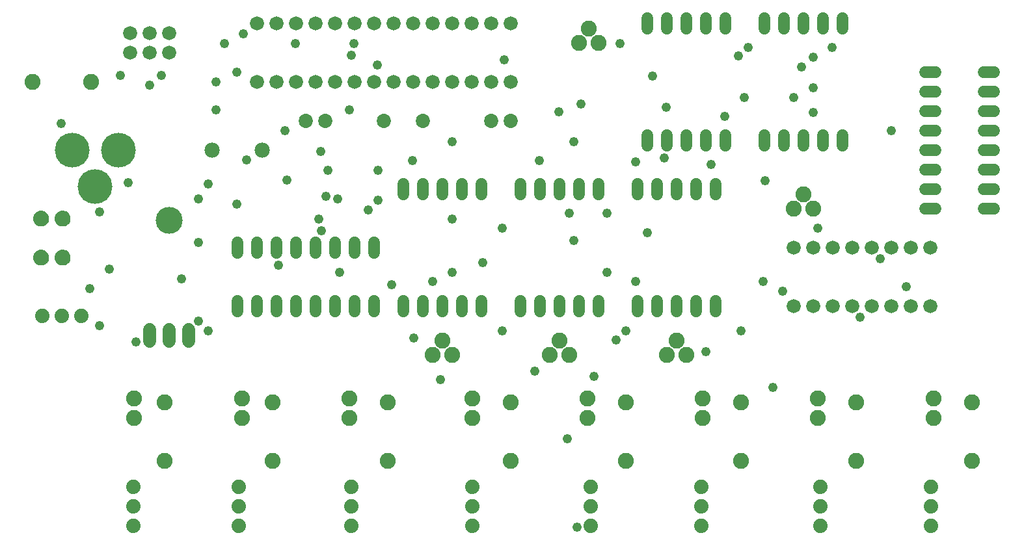
<source format=gbs>
G75*
%MOIN*%
%OFA0B0*%
%FSLAX25Y25*%
%IPPOS*%
%LPD*%
%AMOC8*
5,1,8,0,0,1.08239X$1,22.5*
%
%ADD10C,0.06000*%
%ADD11C,0.17800*%
%ADD12C,0.08200*%
%ADD13C,0.06800*%
%ADD14C,0.13800*%
%ADD15C,0.07200*%
%ADD16C,0.00500*%
%ADD17C,0.07300*%
%ADD18C,0.07400*%
%ADD19C,0.07800*%
%ADD20C,0.04800*%
D10*
X0123791Y0129150D02*
X0123791Y0134350D01*
X0133791Y0134350D02*
X0133791Y0129150D01*
X0143791Y0129150D02*
X0143791Y0134350D01*
X0153791Y0134350D02*
X0153791Y0129150D01*
X0163791Y0129150D02*
X0163791Y0134350D01*
X0173791Y0134350D02*
X0173791Y0129150D01*
X0183791Y0129150D02*
X0183791Y0134350D01*
X0193791Y0134350D02*
X0193791Y0129150D01*
X0208791Y0129150D02*
X0208791Y0134350D01*
X0218791Y0134350D02*
X0218791Y0129150D01*
X0228791Y0129150D02*
X0228791Y0134350D01*
X0238791Y0134350D02*
X0238791Y0129150D01*
X0248791Y0129150D02*
X0248791Y0134350D01*
X0268791Y0134350D02*
X0268791Y0129150D01*
X0278791Y0129150D02*
X0278791Y0134350D01*
X0288791Y0134350D02*
X0288791Y0129150D01*
X0298791Y0129150D02*
X0298791Y0134350D01*
X0308791Y0134350D02*
X0308791Y0129150D01*
X0328791Y0129150D02*
X0328791Y0134350D01*
X0338791Y0134350D02*
X0338791Y0129150D01*
X0348791Y0129150D02*
X0348791Y0134350D01*
X0358791Y0134350D02*
X0358791Y0129150D01*
X0368791Y0129150D02*
X0368791Y0134350D01*
X0368791Y0189150D02*
X0368791Y0194350D01*
X0358791Y0194350D02*
X0358791Y0189150D01*
X0348791Y0189150D02*
X0348791Y0194350D01*
X0338791Y0194350D02*
X0338791Y0189150D01*
X0328791Y0189150D02*
X0328791Y0194350D01*
X0308791Y0194350D02*
X0308791Y0189150D01*
X0298791Y0189150D02*
X0298791Y0194350D01*
X0288791Y0194350D02*
X0288791Y0189150D01*
X0278791Y0189150D02*
X0278791Y0194350D01*
X0268791Y0194350D02*
X0268791Y0189150D01*
X0248791Y0189150D02*
X0248791Y0194350D01*
X0238791Y0194350D02*
X0238791Y0189150D01*
X0228791Y0189150D02*
X0228791Y0194350D01*
X0218791Y0194350D02*
X0218791Y0189150D01*
X0208791Y0189150D02*
X0208791Y0194350D01*
X0193791Y0164350D02*
X0193791Y0159150D01*
X0183791Y0159150D02*
X0183791Y0164350D01*
X0173791Y0164350D02*
X0173791Y0159150D01*
X0163791Y0159150D02*
X0163791Y0164350D01*
X0153791Y0164350D02*
X0153791Y0159150D01*
X0143791Y0159150D02*
X0143791Y0164350D01*
X0133791Y0164350D02*
X0133791Y0159150D01*
X0123791Y0159150D02*
X0123791Y0164350D01*
X0333791Y0214150D02*
X0333791Y0219350D01*
X0343791Y0219350D02*
X0343791Y0214150D01*
X0353791Y0214150D02*
X0353791Y0219350D01*
X0363791Y0219350D02*
X0363791Y0214150D01*
X0373791Y0214150D02*
X0373791Y0219350D01*
X0393791Y0219350D02*
X0393791Y0214150D01*
X0403791Y0214150D02*
X0403791Y0219350D01*
X0413791Y0219350D02*
X0413791Y0214150D01*
X0423791Y0214150D02*
X0423791Y0219350D01*
X0433791Y0219350D02*
X0433791Y0214150D01*
X0476191Y0211750D02*
X0481391Y0211750D01*
X0481391Y0221750D02*
X0476191Y0221750D01*
X0476191Y0231750D02*
X0481391Y0231750D01*
X0481391Y0241750D02*
X0476191Y0241750D01*
X0476191Y0251750D02*
X0481391Y0251750D01*
X0506191Y0251750D02*
X0511391Y0251750D01*
X0511391Y0241750D02*
X0506191Y0241750D01*
X0506191Y0231750D02*
X0511391Y0231750D01*
X0511391Y0221750D02*
X0506191Y0221750D01*
X0506191Y0211750D02*
X0511391Y0211750D01*
X0511391Y0201750D02*
X0506191Y0201750D01*
X0506191Y0191750D02*
X0511391Y0191750D01*
X0511391Y0181750D02*
X0506191Y0181750D01*
X0481391Y0181750D02*
X0476191Y0181750D01*
X0476191Y0191750D02*
X0481391Y0191750D01*
X0481391Y0201750D02*
X0476191Y0201750D01*
X0433791Y0274150D02*
X0433791Y0279350D01*
X0423791Y0279350D02*
X0423791Y0274150D01*
X0413791Y0274150D02*
X0413791Y0279350D01*
X0403791Y0279350D02*
X0403791Y0274150D01*
X0393791Y0274150D02*
X0393791Y0279350D01*
X0373791Y0279350D02*
X0373791Y0274150D01*
X0363791Y0274150D02*
X0363791Y0279350D01*
X0353791Y0279350D02*
X0353791Y0274150D01*
X0343791Y0274150D02*
X0343791Y0279350D01*
X0333791Y0279350D02*
X0333791Y0274150D01*
D11*
X0062728Y0211750D03*
X0039106Y0211750D03*
X0050917Y0193246D03*
D12*
X0048791Y0246750D03*
X0018791Y0246750D03*
X0228791Y0114250D03*
X0223791Y0106750D03*
X0233791Y0106750D03*
X0244145Y0084427D03*
X0244145Y0074427D03*
X0263830Y0082616D03*
X0303201Y0084427D03*
X0303201Y0074427D03*
X0322886Y0082616D03*
X0343791Y0106750D03*
X0353791Y0106750D03*
X0348791Y0114250D03*
X0362256Y0084427D03*
X0362256Y0074427D03*
X0381941Y0082616D03*
X0421311Y0084427D03*
X0421311Y0074427D03*
X0440996Y0082616D03*
X0480366Y0084427D03*
X0480366Y0074427D03*
X0500051Y0082616D03*
X0500051Y0052616D03*
X0440996Y0052616D03*
X0381941Y0052616D03*
X0322886Y0052616D03*
X0263830Y0052616D03*
X0200838Y0052616D03*
X0181153Y0074427D03*
X0181153Y0084427D03*
X0200838Y0082616D03*
X0141783Y0082616D03*
X0126035Y0084427D03*
X0126035Y0074427D03*
X0141783Y0052616D03*
X0086665Y0052616D03*
X0070917Y0074427D03*
X0086665Y0082616D03*
X0070917Y0084427D03*
X0283791Y0106750D03*
X0293791Y0106750D03*
X0288791Y0114250D03*
X0408791Y0181750D03*
X0418791Y0181750D03*
X0413791Y0189250D03*
X0308791Y0266750D03*
X0303791Y0274250D03*
X0298791Y0266750D03*
D13*
X0098791Y0119750D02*
X0098791Y0113750D01*
X0088791Y0113750D02*
X0088791Y0119750D01*
X0078791Y0119750D02*
X0078791Y0113750D01*
D14*
X0088791Y0175750D03*
D15*
X0133791Y0246750D03*
X0143791Y0246750D03*
X0153791Y0246750D03*
X0163791Y0246750D03*
X0173791Y0246750D03*
X0183791Y0246750D03*
X0193791Y0246750D03*
X0203791Y0246750D03*
X0213791Y0246750D03*
X0223791Y0246750D03*
X0233791Y0246750D03*
X0243791Y0246750D03*
X0253791Y0246750D03*
X0263791Y0246750D03*
X0263791Y0276750D03*
X0253791Y0276750D03*
X0243791Y0276750D03*
X0233791Y0276750D03*
X0223791Y0276750D03*
X0213791Y0276750D03*
X0203791Y0276750D03*
X0193791Y0276750D03*
X0183791Y0276750D03*
X0173791Y0276750D03*
X0163791Y0276750D03*
X0153791Y0276750D03*
X0143791Y0276750D03*
X0133791Y0276750D03*
X0088791Y0271750D03*
X0078791Y0271750D03*
X0068791Y0271750D03*
X0068791Y0261750D03*
X0078791Y0261750D03*
X0088791Y0261750D03*
X0408791Y0161750D03*
X0418791Y0161750D03*
X0428791Y0161750D03*
X0438791Y0161750D03*
X0448791Y0161750D03*
X0458791Y0161750D03*
X0468791Y0161750D03*
X0478791Y0161750D03*
X0478791Y0131750D03*
X0468791Y0131750D03*
X0458791Y0131750D03*
X0448791Y0131750D03*
X0438791Y0131750D03*
X0428791Y0131750D03*
X0418791Y0131750D03*
X0408791Y0131750D03*
D16*
X0038021Y0156670D02*
X0037943Y0155950D01*
X0037725Y0155260D01*
X0037377Y0154626D01*
X0036912Y0154072D01*
X0036348Y0153619D01*
X0035706Y0153285D01*
X0035012Y0153083D01*
X0034291Y0153020D01*
X0033566Y0153081D01*
X0032868Y0153283D01*
X0032222Y0153617D01*
X0031653Y0154071D01*
X0031184Y0154627D01*
X0030833Y0155264D01*
X0030613Y0155957D01*
X0030532Y0156680D01*
X0030581Y0157340D01*
X0030745Y0157981D01*
X0031017Y0158584D01*
X0031390Y0159130D01*
X0031852Y0159603D01*
X0032390Y0159989D01*
X0032986Y0160276D01*
X0033623Y0160455D01*
X0034281Y0160520D01*
X0034939Y0160453D01*
X0035576Y0160272D01*
X0036171Y0159984D01*
X0036708Y0159597D01*
X0037169Y0159122D01*
X0037540Y0158575D01*
X0037811Y0157971D01*
X0037973Y0157330D01*
X0038021Y0156670D01*
X0038014Y0156772D02*
X0030539Y0156772D01*
X0030577Y0156274D02*
X0037978Y0156274D01*
X0037888Y0155775D02*
X0030670Y0155775D01*
X0030829Y0155277D02*
X0037730Y0155277D01*
X0037461Y0154778D02*
X0031101Y0154778D01*
X0031478Y0154280D02*
X0037087Y0154280D01*
X0036550Y0153781D02*
X0032017Y0153781D01*
X0032869Y0153283D02*
X0035698Y0153283D01*
X0026923Y0155950D02*
X0026705Y0155260D01*
X0026357Y0154626D01*
X0025892Y0154072D01*
X0025328Y0153619D01*
X0024686Y0153285D01*
X0023992Y0153083D01*
X0023271Y0153020D01*
X0022546Y0153081D01*
X0021848Y0153283D01*
X0021202Y0153617D01*
X0020633Y0154071D01*
X0020164Y0154627D01*
X0019813Y0155264D01*
X0019593Y0155957D01*
X0019512Y0156680D01*
X0019561Y0157340D01*
X0019725Y0157981D01*
X0019997Y0158584D01*
X0020370Y0159130D01*
X0020832Y0159603D01*
X0021370Y0159989D01*
X0021966Y0160276D01*
X0022603Y0160455D01*
X0023261Y0160520D01*
X0023919Y0160453D01*
X0024556Y0160272D01*
X0025151Y0159984D01*
X0025688Y0159597D01*
X0026149Y0159122D01*
X0026520Y0158575D01*
X0026791Y0157971D01*
X0026953Y0157330D01*
X0027001Y0156670D01*
X0026923Y0155950D01*
X0026867Y0155775D02*
X0019650Y0155775D01*
X0019557Y0156274D02*
X0026958Y0156274D01*
X0026994Y0156772D02*
X0019518Y0156772D01*
X0019556Y0157271D02*
X0026958Y0157271D01*
X0026842Y0157769D02*
X0019671Y0157769D01*
X0019854Y0158268D02*
X0026658Y0158268D01*
X0026390Y0158766D02*
X0020122Y0158766D01*
X0020502Y0159265D02*
X0026010Y0159265D01*
X0025457Y0159763D02*
X0021055Y0159763D01*
X0021937Y0160262D02*
X0024578Y0160262D01*
X0030691Y0157769D02*
X0037862Y0157769D01*
X0037978Y0157271D02*
X0030576Y0157271D01*
X0030875Y0158268D02*
X0037678Y0158268D01*
X0037410Y0158766D02*
X0031142Y0158766D01*
X0031522Y0159265D02*
X0037030Y0159265D01*
X0036477Y0159763D02*
X0032075Y0159763D01*
X0032957Y0160262D02*
X0035598Y0160262D01*
X0026710Y0155277D02*
X0019809Y0155277D01*
X0020081Y0154778D02*
X0026441Y0154778D01*
X0026067Y0154280D02*
X0020457Y0154280D01*
X0020997Y0153781D02*
X0025530Y0153781D01*
X0024678Y0153283D02*
X0021849Y0153283D01*
X0023271Y0173020D02*
X0023992Y0173083D01*
X0024686Y0173285D01*
X0025328Y0173619D01*
X0025892Y0174072D01*
X0026357Y0174626D01*
X0026705Y0175260D01*
X0026923Y0175950D01*
X0027001Y0176670D01*
X0026953Y0177330D01*
X0026791Y0177971D01*
X0026520Y0178575D01*
X0026149Y0179122D01*
X0025688Y0179597D01*
X0025151Y0179984D01*
X0024556Y0180272D01*
X0023919Y0180453D01*
X0023261Y0180520D01*
X0022603Y0180455D01*
X0021966Y0180276D01*
X0021370Y0179989D01*
X0020832Y0179603D01*
X0020370Y0179130D01*
X0019997Y0178584D01*
X0019725Y0177981D01*
X0019561Y0177340D01*
X0019512Y0176680D01*
X0019593Y0175957D01*
X0019813Y0175264D01*
X0020164Y0174627D01*
X0020633Y0174071D01*
X0021202Y0173617D01*
X0021848Y0173283D01*
X0022546Y0173081D01*
X0023271Y0173020D01*
X0024474Y0173223D02*
X0022056Y0173223D01*
X0021071Y0173722D02*
X0025456Y0173722D01*
X0026017Y0174220D02*
X0020508Y0174220D01*
X0020114Y0174719D02*
X0026408Y0174719D01*
X0026681Y0175217D02*
X0019839Y0175217D01*
X0019669Y0175716D02*
X0026849Y0175716D01*
X0026952Y0176214D02*
X0019564Y0176214D01*
X0019514Y0176713D02*
X0026998Y0176713D01*
X0026962Y0177211D02*
X0019552Y0177211D01*
X0019656Y0177710D02*
X0026857Y0177710D01*
X0026685Y0178208D02*
X0019828Y0178208D01*
X0020081Y0178707D02*
X0026431Y0178707D01*
X0026068Y0179205D02*
X0020444Y0179205D01*
X0020972Y0179704D02*
X0025540Y0179704D01*
X0024701Y0180202D02*
X0021813Y0180202D01*
X0030745Y0177981D02*
X0031017Y0178584D01*
X0031390Y0179130D01*
X0031852Y0179603D01*
X0032390Y0179989D01*
X0032986Y0180276D01*
X0033623Y0180455D01*
X0034281Y0180520D01*
X0034939Y0180453D01*
X0035576Y0180272D01*
X0036171Y0179984D01*
X0036708Y0179597D01*
X0037169Y0179122D01*
X0037540Y0178575D01*
X0037811Y0177971D01*
X0037973Y0177330D01*
X0038021Y0176670D01*
X0037943Y0175950D01*
X0037725Y0175260D01*
X0037377Y0174626D01*
X0036912Y0174072D01*
X0036348Y0173619D01*
X0035706Y0173285D01*
X0035012Y0173083D01*
X0034291Y0173020D01*
X0033566Y0173081D01*
X0032868Y0173283D01*
X0032222Y0173617D01*
X0031653Y0174071D01*
X0031184Y0174627D01*
X0030833Y0175264D01*
X0030613Y0175957D01*
X0030532Y0176680D01*
X0030581Y0177340D01*
X0030745Y0177981D01*
X0030848Y0178208D02*
X0037705Y0178208D01*
X0037877Y0177710D02*
X0030676Y0177710D01*
X0030572Y0177211D02*
X0037982Y0177211D01*
X0038018Y0176713D02*
X0030534Y0176713D01*
X0030584Y0176214D02*
X0037972Y0176214D01*
X0037869Y0175716D02*
X0030689Y0175716D01*
X0030859Y0175217D02*
X0037702Y0175217D01*
X0037428Y0174719D02*
X0031134Y0174719D01*
X0031528Y0174220D02*
X0037037Y0174220D01*
X0036476Y0173722D02*
X0032091Y0173722D01*
X0033076Y0173223D02*
X0035494Y0173223D01*
X0037451Y0178707D02*
X0031101Y0178707D01*
X0031464Y0179205D02*
X0037088Y0179205D01*
X0036560Y0179704D02*
X0031992Y0179704D01*
X0032833Y0180202D02*
X0035721Y0180202D01*
D17*
X0158791Y0226750D03*
X0168791Y0226750D03*
X0198791Y0226750D03*
X0218791Y0226750D03*
X0253791Y0226750D03*
X0263791Y0226750D03*
D18*
X0070484Y0019191D03*
X0070484Y0029191D03*
X0070484Y0039191D03*
X0124421Y0039191D03*
X0124421Y0029191D03*
X0124421Y0019191D03*
X0182295Y0019191D03*
X0182295Y0029191D03*
X0182295Y0039191D03*
X0244106Y0039191D03*
X0244106Y0029191D03*
X0244106Y0019191D03*
X0304854Y0019191D03*
X0304854Y0029191D03*
X0304854Y0039191D03*
X0361665Y0039191D03*
X0361665Y0029191D03*
X0361665Y0019191D03*
X0422413Y0019191D03*
X0422413Y0029191D03*
X0422413Y0039191D03*
X0479224Y0039191D03*
X0479224Y0029191D03*
X0479224Y0019191D03*
X0043791Y0126750D03*
X0033791Y0126750D03*
X0023791Y0126750D03*
D19*
X0110996Y0211750D03*
X0136586Y0211750D03*
D20*
X0128496Y0206888D03*
X0149165Y0196553D03*
X0170327Y0201474D03*
X0166389Y0211317D03*
X0148181Y0221652D03*
X0181153Y0232478D03*
X0195425Y0255608D03*
X0182138Y0260530D03*
X0183614Y0266435D03*
X0153594Y0266435D03*
X0127019Y0271356D03*
X0117177Y0266435D03*
X0123575Y0251671D03*
X0112748Y0246750D03*
X0112748Y0232478D03*
X0084697Y0250195D03*
X0078791Y0245274D03*
X0064027Y0250195D03*
X0033515Y0225589D03*
X0067964Y0195077D03*
X0053201Y0180313D03*
X0103889Y0186711D03*
X0108811Y0194585D03*
X0123575Y0184250D03*
X0103889Y0164565D03*
X0095031Y0145864D03*
X0058122Y0150785D03*
X0048279Y0140943D03*
X0053201Y0121750D03*
X0071901Y0113384D03*
X0103889Y0124211D03*
X0108811Y0119289D03*
X0144736Y0152754D03*
X0166882Y0170470D03*
X0165405Y0176376D03*
X0169342Y0188187D03*
X0175248Y0186711D03*
X0190996Y0181297D03*
X0195917Y0186219D03*
X0195917Y0201474D03*
X0213634Y0206396D03*
X0233811Y0216238D03*
X0278594Y0206396D03*
X0296311Y0216238D03*
X0288437Y0231494D03*
X0299756Y0235431D03*
X0336665Y0249703D03*
X0319933Y0266435D03*
X0343555Y0233955D03*
X0373575Y0229033D03*
X0383417Y0238876D03*
X0409008Y0238876D03*
X0418850Y0243797D03*
X0412945Y0254624D03*
X0418850Y0259545D03*
X0428693Y0264467D03*
X0385386Y0264467D03*
X0380464Y0260037D03*
X0418850Y0231002D03*
X0458712Y0221652D03*
X0394244Y0196061D03*
X0366685Y0204427D03*
X0342571Y0207872D03*
X0327807Y0205904D03*
X0313043Y0179329D03*
X0293850Y0179329D03*
X0296311Y0165549D03*
X0313043Y0149309D03*
X0327807Y0144388D03*
X0322886Y0119289D03*
X0317964Y0114368D03*
X0306645Y0095667D03*
X0276134Y0098620D03*
X0259401Y0119289D03*
X0223968Y0144388D03*
X0233811Y0149309D03*
X0249559Y0154230D03*
X0259401Y0171947D03*
X0233811Y0176376D03*
X0202807Y0142911D03*
X0176232Y0149309D03*
X0214126Y0115352D03*
X0227905Y0094191D03*
X0292866Y0063679D03*
X0297787Y0018404D03*
X0398181Y0090254D03*
X0363732Y0108463D03*
X0381941Y0119289D03*
X0403102Y0139467D03*
X0393260Y0144388D03*
X0442964Y0126179D03*
X0466586Y0141927D03*
X0453299Y0156199D03*
X0421311Y0171947D03*
X0333712Y0169486D03*
X0260386Y0258069D03*
M02*

</source>
